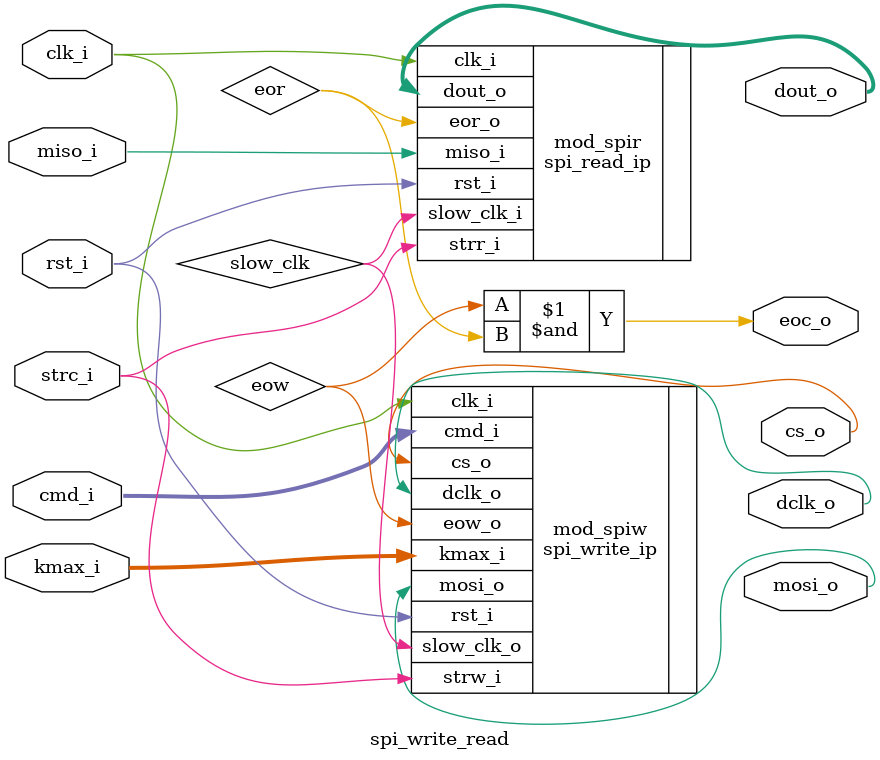
<source format=v>

module spi_write_read (
  input         rst_i,
  input         clk_i,
  input         strc_i,
  input   [7:0] cmd_i,
  input   [7:0] kmax_i,
  input         miso_i,
  output        mosi_o,
  output [11:0] dout_o,
  output        dclk_o,
  output        cs_o,
  output        eoc_o
);

  wire slow_clk, eow, eor;

  spi_write_ip mod_spiw (
    .rst_i(rst_i),
    .clk_i(clk_i),
    .strw_i(strc_i),
    .cmd_i(cmd_i),
    .kmax_i(kmax_i),
    .mosi_o(mosi_o),
    .dclk_o(dclk_o),
    .cs_o(cs_o),
    .eow_o(eow),
    .slow_clk_o(slow_clk)
  );
  
  spi_read_ip mod_spir (
    .rst_i(rst_i), 
    .clk_i(clk_i),
    .strr_i(strc_i), 
    .miso_i(miso_i), 
    .slow_clk_i(slow_clk), 
    .dout_o(dout_o), 
    .eor_o(eor)
  );
  
  assign eoc_o = eow & eor;

endmodule
</source>
